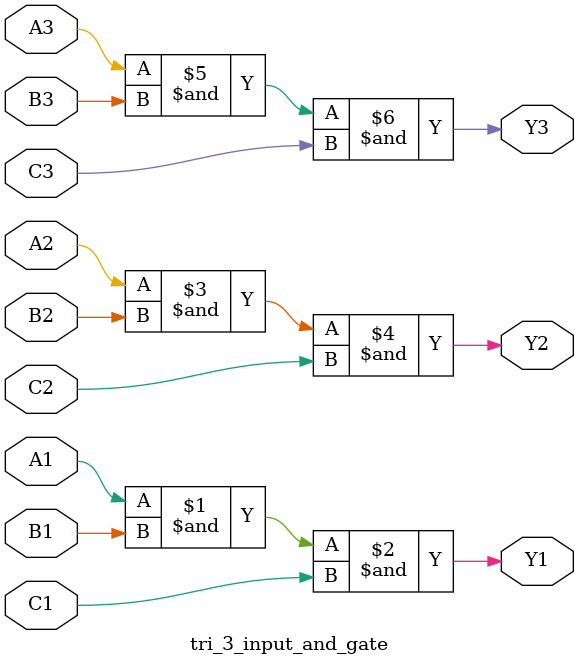
<source format=v>
`timescale 1ns / 1ps


module tri_3_input_and_gate#(parameter Delay = 0)(
    input wire A1,B1,C1,A2,B2,C2,A3,B3,C3,
    output wire Y1,Y2,Y3
    );
    
    and #Delay (Y1,A1,B1,C1);
    and #Delay (Y2,A2,B2,C2);
    and #Delay (Y3,A3,B3,C3);
    
endmodule

</source>
